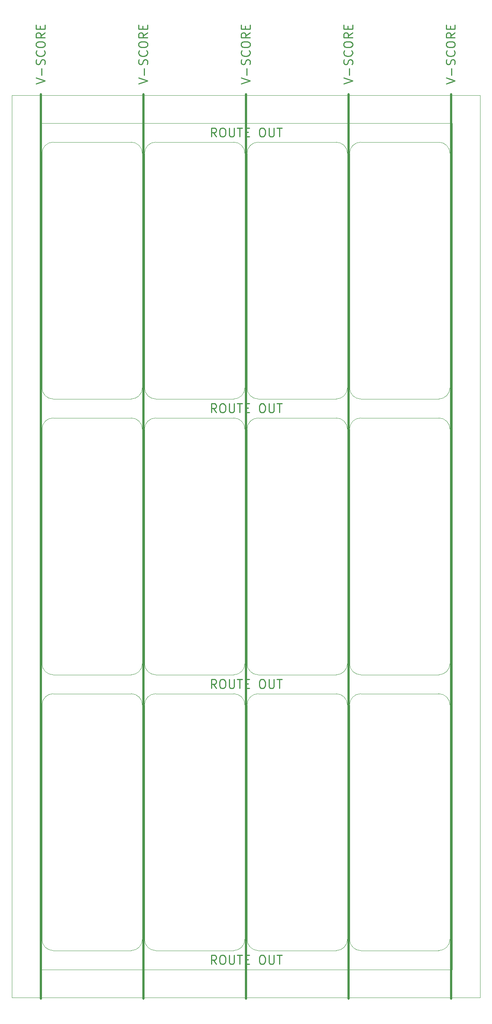
<source format=gko>
%TF.GenerationSoftware,KiCad,Pcbnew,7.0.10*%
%TF.CreationDate,2024-01-23T14:15:22-07:00*%
%TF.ProjectId,SparkFun_Thing_Plus_ESP32-S3_panelized,53706172-6b46-4756-9e5f-5468696e675f,rev?*%
%TF.SameCoordinates,Original*%
%TF.FileFunction,Soldermask,Bot*%
%TF.FilePolarity,Negative*%
%FSLAX46Y46*%
G04 Gerber Fmt 4.6, Leading zero omitted, Abs format (unit mm)*
G04 Created by KiCad (PCBNEW 7.0.10) date 2024-01-23 14:15:22*
%MOMM*%
%LPD*%
G01*
G04 APERTURE LIST*
%TA.AperFunction,Profile*%
%ADD10C,0.100000*%
%TD*%
%ADD11C,0.250000*%
%ADD12C,0.500000*%
G04 APERTURE END LIST*
D10*
X-500000Y-4310000D02*
X-500000Y188190000D01*
X93440000Y-4310000D02*
X-500000Y-4310000D01*
X93440000Y188190000D02*
X93440000Y-4310000D01*
X-500000Y188190000D02*
X93440000Y188190000D01*
X-6850000Y-10660000D02*
X-6850000Y194540000D01*
X99790000Y-10660000D02*
X-6850000Y-10660000D01*
X99790000Y194540000D02*
X99790000Y-10660000D01*
X-6850000Y194540000D02*
X99790000Y194540000D01*
X72620000Y183880000D02*
G75*
G03*
X70080000Y181340000I0J-2540000D01*
G01*
X72620000Y121150000D02*
G75*
G03*
X70080000Y118610000I0J-2540000D01*
G01*
X72620000Y58420000D02*
G75*
G03*
X70080000Y55880000I0J-2540000D01*
G01*
X49260000Y183880000D02*
G75*
G03*
X46720000Y181340000I0J-2540000D01*
G01*
X49260000Y121150000D02*
G75*
G03*
X46720000Y118610000I0J-2540000D01*
G01*
X49260000Y58420000D02*
G75*
G03*
X46720000Y55880000I0J-2540000D01*
G01*
X25900000Y183880000D02*
G75*
G03*
X23360000Y181340000I0J-2540000D01*
G01*
X25900000Y121150000D02*
G75*
G03*
X23360000Y118610000I0J-2540000D01*
G01*
X25900000Y58420000D02*
G75*
G03*
X23360000Y55880000I0J-2540000D01*
G01*
X2540000Y183880000D02*
G75*
G03*
X0Y181340000I0J-2540000D01*
G01*
X2540000Y121150000D02*
G75*
G03*
X0Y118610000I0J-2540000D01*
G01*
X70080000Y128000000D02*
G75*
G03*
X72620000Y125460000I2540000J0D01*
G01*
X70080000Y65270000D02*
G75*
G03*
X72620000Y62730000I2540000J0D01*
G01*
X70080000Y2540000D02*
G75*
G03*
X72620000Y0I2540000J0D01*
G01*
X46720000Y128000000D02*
G75*
G03*
X49260000Y125460000I2540000J0D01*
G01*
X46720000Y65270000D02*
G75*
G03*
X49260000Y62730000I2540000J0D01*
G01*
X46720000Y2540000D02*
G75*
G03*
X49260000Y0I2540000J0D01*
G01*
X23360000Y128000000D02*
G75*
G03*
X25900000Y125460000I2540000J0D01*
G01*
X23360000Y65270000D02*
G75*
G03*
X25900000Y62730000I2540000J0D01*
G01*
X23360000Y2540000D02*
G75*
G03*
X25900000Y0I2540000J0D01*
G01*
X0Y128000000D02*
G75*
G03*
X2540000Y125460000I2540000J0D01*
G01*
X0Y65270000D02*
G75*
G03*
X2540000Y62730000I2540000J0D01*
G01*
X92940000Y181340000D02*
G75*
G03*
X90400000Y183880000I-2540000J0D01*
G01*
X92940000Y118610000D02*
G75*
G03*
X90400000Y121150000I-2540000J0D01*
G01*
X92940000Y55880000D02*
G75*
G03*
X90400000Y58420000I-2540000J0D01*
G01*
X69580000Y181340000D02*
G75*
G03*
X67040000Y183880000I-2540000J0D01*
G01*
X69580000Y118610000D02*
G75*
G03*
X67040000Y121150000I-2540000J0D01*
G01*
X69580000Y55880000D02*
G75*
G03*
X67040000Y58420000I-2540000J0D01*
G01*
X46220000Y181340000D02*
G75*
G03*
X43680000Y183880000I-2540000J0D01*
G01*
X46220000Y118610000D02*
G75*
G03*
X43680000Y121150000I-2540000J0D01*
G01*
X46220000Y55880000D02*
G75*
G03*
X43680000Y58420000I-2540000J0D01*
G01*
X22860000Y181340000D02*
G75*
G03*
X20320000Y183880000I-2540000J0D01*
G01*
X22860000Y118610000D02*
G75*
G03*
X20320000Y121150000I-2540000J0D01*
G01*
X90400000Y125460000D02*
X72620000Y125460000D01*
X90400000Y62730000D02*
X72620000Y62730000D01*
X90400000Y0D02*
X72620000Y0D01*
X67040000Y125460000D02*
X49260000Y125460000D01*
X67040000Y62730000D02*
X49260000Y62730000D01*
X67040000Y0D02*
X49260000Y0D01*
X43680000Y125460000D02*
X25900000Y125460000D01*
X43680000Y62730000D02*
X25900000Y62730000D01*
X43680000Y0D02*
X25900000Y0D01*
X20320000Y125460000D02*
X2540000Y125460000D01*
X20320000Y62730000D02*
X2540000Y62730000D01*
X72620000Y183880000D02*
X90400000Y183880000D01*
X72620000Y121150000D02*
X90400000Y121150000D01*
X72620000Y58420000D02*
X90400000Y58420000D01*
X49260000Y183880000D02*
X67040000Y183880000D01*
X49260000Y121150000D02*
X67040000Y121150000D01*
X49260000Y58420000D02*
X67040000Y58420000D01*
X25900000Y183880000D02*
X43680000Y183880000D01*
X25900000Y121150000D02*
X43680000Y121150000D01*
X25900000Y58420000D02*
X43680000Y58420000D01*
X2540000Y183880000D02*
X20320000Y183880000D01*
X2540000Y121150000D02*
X20320000Y121150000D01*
X92940000Y181340000D02*
X92940000Y128000000D01*
X92940000Y118610000D02*
X92940000Y65270000D01*
X92940000Y55880000D02*
X92940000Y2540000D01*
X69580000Y181340000D02*
X69580000Y128000000D01*
X69580000Y118610000D02*
X69580000Y65270000D01*
X69580000Y55880000D02*
X69580000Y2540000D01*
X46220000Y181340000D02*
X46220000Y128000000D01*
X46220000Y118610000D02*
X46220000Y65270000D01*
X46220000Y55880000D02*
X46220000Y2540000D01*
X22860000Y181340000D02*
X22860000Y128000000D01*
X22860000Y118610000D02*
X22860000Y65270000D01*
X70080000Y128000000D02*
X70080000Y181340000D01*
X70080000Y65270000D02*
X70080000Y118610000D01*
X70080000Y2540000D02*
X70080000Y55880000D01*
X46720000Y128000000D02*
X46720000Y181340000D01*
X46720000Y65270000D02*
X46720000Y118610000D01*
X46720000Y2540000D02*
X46720000Y55880000D01*
X23360000Y128000000D02*
X23360000Y181340000D01*
X23360000Y65270000D02*
X23360000Y118610000D01*
X23360000Y2540000D02*
X23360000Y55880000D01*
X0Y128000000D02*
X0Y181340000D01*
X0Y65270000D02*
X0Y118610000D01*
X90400000Y125460000D02*
G75*
G03*
X92940000Y128000000I0J2540000D01*
G01*
X90400000Y62730000D02*
G75*
G03*
X92940000Y65270000I0J2540000D01*
G01*
X90400000Y0D02*
G75*
G03*
X92940000Y2540000I0J2540000D01*
G01*
X67040000Y125460000D02*
G75*
G03*
X69580000Y128000000I0J2540000D01*
G01*
X67040000Y62730000D02*
G75*
G03*
X69580000Y65270000I0J2540000D01*
G01*
X67040000Y0D02*
G75*
G03*
X69580000Y2540000I0J2540000D01*
G01*
X43680000Y125460000D02*
G75*
G03*
X46220000Y128000000I0J2540000D01*
G01*
X43680000Y62730000D02*
G75*
G03*
X46220000Y65270000I0J2540000D01*
G01*
X43680000Y0D02*
G75*
G03*
X46220000Y2540000I0J2540000D01*
G01*
X20320000Y125460000D02*
G75*
G03*
X22860000Y128000000I0J2540000D01*
G01*
X20320000Y62730000D02*
G75*
G03*
X22860000Y65270000I0J2540000D01*
G01*
X20320000Y0D02*
G75*
G03*
X22860000Y2540000I0J2540000D01*
G01*
X0Y2540000D02*
X0Y55880000D01*
X22860000Y55880000D02*
X22860000Y2540000D01*
X2540000Y58420000D02*
X20320000Y58420000D01*
X20320000Y0D02*
X2540000Y0D01*
X22860000Y55880000D02*
G75*
G03*
X20320000Y58420000I-2540000J0D01*
G01*
X0Y2540000D02*
G75*
G03*
X2540000Y0I2540000J0D01*
G01*
X2540000Y58420000D02*
G75*
G03*
X0Y55880000I0J-2540000D01*
G01*
D11*
X39708094Y-3067238D02*
X39041427Y-2114857D01*
X38565237Y-3067238D02*
X38565237Y-1067238D01*
X38565237Y-1067238D02*
X39327142Y-1067238D01*
X39327142Y-1067238D02*
X39517618Y-1162476D01*
X39517618Y-1162476D02*
X39612856Y-1257714D01*
X39612856Y-1257714D02*
X39708094Y-1448190D01*
X39708094Y-1448190D02*
X39708094Y-1733904D01*
X39708094Y-1733904D02*
X39612856Y-1924380D01*
X39612856Y-1924380D02*
X39517618Y-2019619D01*
X39517618Y-2019619D02*
X39327142Y-2114857D01*
X39327142Y-2114857D02*
X38565237Y-2114857D01*
X40946189Y-1067238D02*
X41327142Y-1067238D01*
X41327142Y-1067238D02*
X41517618Y-1162476D01*
X41517618Y-1162476D02*
X41708094Y-1352952D01*
X41708094Y-1352952D02*
X41803332Y-1733904D01*
X41803332Y-1733904D02*
X41803332Y-2400571D01*
X41803332Y-2400571D02*
X41708094Y-2781523D01*
X41708094Y-2781523D02*
X41517618Y-2972000D01*
X41517618Y-2972000D02*
X41327142Y-3067238D01*
X41327142Y-3067238D02*
X40946189Y-3067238D01*
X40946189Y-3067238D02*
X40755713Y-2972000D01*
X40755713Y-2972000D02*
X40565237Y-2781523D01*
X40565237Y-2781523D02*
X40469999Y-2400571D01*
X40469999Y-2400571D02*
X40469999Y-1733904D01*
X40469999Y-1733904D02*
X40565237Y-1352952D01*
X40565237Y-1352952D02*
X40755713Y-1162476D01*
X40755713Y-1162476D02*
X40946189Y-1067238D01*
X42660475Y-1067238D02*
X42660475Y-2686285D01*
X42660475Y-2686285D02*
X42755713Y-2876761D01*
X42755713Y-2876761D02*
X42850951Y-2972000D01*
X42850951Y-2972000D02*
X43041427Y-3067238D01*
X43041427Y-3067238D02*
X43422380Y-3067238D01*
X43422380Y-3067238D02*
X43612856Y-2972000D01*
X43612856Y-2972000D02*
X43708094Y-2876761D01*
X43708094Y-2876761D02*
X43803332Y-2686285D01*
X43803332Y-2686285D02*
X43803332Y-1067238D01*
X44469999Y-1067238D02*
X45612856Y-1067238D01*
X45041427Y-3067238D02*
X45041427Y-1067238D01*
X46279523Y-2019619D02*
X46946190Y-2019619D01*
X47231904Y-3067238D02*
X46279523Y-3067238D01*
X46279523Y-3067238D02*
X46279523Y-1067238D01*
X46279523Y-1067238D02*
X47231904Y-1067238D01*
X49993809Y-1067238D02*
X50374762Y-1067238D01*
X50374762Y-1067238D02*
X50565238Y-1162476D01*
X50565238Y-1162476D02*
X50755714Y-1352952D01*
X50755714Y-1352952D02*
X50850952Y-1733904D01*
X50850952Y-1733904D02*
X50850952Y-2400571D01*
X50850952Y-2400571D02*
X50755714Y-2781523D01*
X50755714Y-2781523D02*
X50565238Y-2972000D01*
X50565238Y-2972000D02*
X50374762Y-3067238D01*
X50374762Y-3067238D02*
X49993809Y-3067238D01*
X49993809Y-3067238D02*
X49803333Y-2972000D01*
X49803333Y-2972000D02*
X49612857Y-2781523D01*
X49612857Y-2781523D02*
X49517619Y-2400571D01*
X49517619Y-2400571D02*
X49517619Y-1733904D01*
X49517619Y-1733904D02*
X49612857Y-1352952D01*
X49612857Y-1352952D02*
X49803333Y-1162476D01*
X49803333Y-1162476D02*
X49993809Y-1067238D01*
X51708095Y-1067238D02*
X51708095Y-2686285D01*
X51708095Y-2686285D02*
X51803333Y-2876761D01*
X51803333Y-2876761D02*
X51898571Y-2972000D01*
X51898571Y-2972000D02*
X52089047Y-3067238D01*
X52089047Y-3067238D02*
X52470000Y-3067238D01*
X52470000Y-3067238D02*
X52660476Y-2972000D01*
X52660476Y-2972000D02*
X52755714Y-2876761D01*
X52755714Y-2876761D02*
X52850952Y-2686285D01*
X52850952Y-2686285D02*
X52850952Y-1067238D01*
X53517619Y-1067238D02*
X54660476Y-1067238D01*
X54089047Y-3067238D02*
X54089047Y-1067238D01*
X39708094Y59662762D02*
X39041427Y60615143D01*
X38565237Y59662762D02*
X38565237Y61662762D01*
X38565237Y61662762D02*
X39327142Y61662762D01*
X39327142Y61662762D02*
X39517618Y61567524D01*
X39517618Y61567524D02*
X39612856Y61472286D01*
X39612856Y61472286D02*
X39708094Y61281810D01*
X39708094Y61281810D02*
X39708094Y60996096D01*
X39708094Y60996096D02*
X39612856Y60805620D01*
X39612856Y60805620D02*
X39517618Y60710381D01*
X39517618Y60710381D02*
X39327142Y60615143D01*
X39327142Y60615143D02*
X38565237Y60615143D01*
X40946189Y61662762D02*
X41327142Y61662762D01*
X41327142Y61662762D02*
X41517618Y61567524D01*
X41517618Y61567524D02*
X41708094Y61377048D01*
X41708094Y61377048D02*
X41803332Y60996096D01*
X41803332Y60996096D02*
X41803332Y60329429D01*
X41803332Y60329429D02*
X41708094Y59948477D01*
X41708094Y59948477D02*
X41517618Y59758000D01*
X41517618Y59758000D02*
X41327142Y59662762D01*
X41327142Y59662762D02*
X40946189Y59662762D01*
X40946189Y59662762D02*
X40755713Y59758000D01*
X40755713Y59758000D02*
X40565237Y59948477D01*
X40565237Y59948477D02*
X40469999Y60329429D01*
X40469999Y60329429D02*
X40469999Y60996096D01*
X40469999Y60996096D02*
X40565237Y61377048D01*
X40565237Y61377048D02*
X40755713Y61567524D01*
X40755713Y61567524D02*
X40946189Y61662762D01*
X42660475Y61662762D02*
X42660475Y60043715D01*
X42660475Y60043715D02*
X42755713Y59853239D01*
X42755713Y59853239D02*
X42850951Y59758000D01*
X42850951Y59758000D02*
X43041427Y59662762D01*
X43041427Y59662762D02*
X43422380Y59662762D01*
X43422380Y59662762D02*
X43612856Y59758000D01*
X43612856Y59758000D02*
X43708094Y59853239D01*
X43708094Y59853239D02*
X43803332Y60043715D01*
X43803332Y60043715D02*
X43803332Y61662762D01*
X44469999Y61662762D02*
X45612856Y61662762D01*
X45041427Y59662762D02*
X45041427Y61662762D01*
X46279523Y60710381D02*
X46946190Y60710381D01*
X47231904Y59662762D02*
X46279523Y59662762D01*
X46279523Y59662762D02*
X46279523Y61662762D01*
X46279523Y61662762D02*
X47231904Y61662762D01*
X49993809Y61662762D02*
X50374762Y61662762D01*
X50374762Y61662762D02*
X50565238Y61567524D01*
X50565238Y61567524D02*
X50755714Y61377048D01*
X50755714Y61377048D02*
X50850952Y60996096D01*
X50850952Y60996096D02*
X50850952Y60329429D01*
X50850952Y60329429D02*
X50755714Y59948477D01*
X50755714Y59948477D02*
X50565238Y59758000D01*
X50565238Y59758000D02*
X50374762Y59662762D01*
X50374762Y59662762D02*
X49993809Y59662762D01*
X49993809Y59662762D02*
X49803333Y59758000D01*
X49803333Y59758000D02*
X49612857Y59948477D01*
X49612857Y59948477D02*
X49517619Y60329429D01*
X49517619Y60329429D02*
X49517619Y60996096D01*
X49517619Y60996096D02*
X49612857Y61377048D01*
X49612857Y61377048D02*
X49803333Y61567524D01*
X49803333Y61567524D02*
X49993809Y61662762D01*
X51708095Y61662762D02*
X51708095Y60043715D01*
X51708095Y60043715D02*
X51803333Y59853239D01*
X51803333Y59853239D02*
X51898571Y59758000D01*
X51898571Y59758000D02*
X52089047Y59662762D01*
X52089047Y59662762D02*
X52470000Y59662762D01*
X52470000Y59662762D02*
X52660476Y59758000D01*
X52660476Y59758000D02*
X52755714Y59853239D01*
X52755714Y59853239D02*
X52850952Y60043715D01*
X52850952Y60043715D02*
X52850952Y61662762D01*
X53517619Y61662762D02*
X54660476Y61662762D01*
X54089047Y59662762D02*
X54089047Y61662762D01*
X39708094Y122392762D02*
X39041427Y123345143D01*
X38565237Y122392762D02*
X38565237Y124392762D01*
X38565237Y124392762D02*
X39327142Y124392762D01*
X39327142Y124392762D02*
X39517618Y124297524D01*
X39517618Y124297524D02*
X39612856Y124202286D01*
X39612856Y124202286D02*
X39708094Y124011810D01*
X39708094Y124011810D02*
X39708094Y123726096D01*
X39708094Y123726096D02*
X39612856Y123535620D01*
X39612856Y123535620D02*
X39517618Y123440381D01*
X39517618Y123440381D02*
X39327142Y123345143D01*
X39327142Y123345143D02*
X38565237Y123345143D01*
X40946189Y124392762D02*
X41327142Y124392762D01*
X41327142Y124392762D02*
X41517618Y124297524D01*
X41517618Y124297524D02*
X41708094Y124107048D01*
X41708094Y124107048D02*
X41803332Y123726096D01*
X41803332Y123726096D02*
X41803332Y123059429D01*
X41803332Y123059429D02*
X41708094Y122678477D01*
X41708094Y122678477D02*
X41517618Y122488000D01*
X41517618Y122488000D02*
X41327142Y122392762D01*
X41327142Y122392762D02*
X40946189Y122392762D01*
X40946189Y122392762D02*
X40755713Y122488000D01*
X40755713Y122488000D02*
X40565237Y122678477D01*
X40565237Y122678477D02*
X40469999Y123059429D01*
X40469999Y123059429D02*
X40469999Y123726096D01*
X40469999Y123726096D02*
X40565237Y124107048D01*
X40565237Y124107048D02*
X40755713Y124297524D01*
X40755713Y124297524D02*
X40946189Y124392762D01*
X42660475Y124392762D02*
X42660475Y122773715D01*
X42660475Y122773715D02*
X42755713Y122583239D01*
X42755713Y122583239D02*
X42850951Y122488000D01*
X42850951Y122488000D02*
X43041427Y122392762D01*
X43041427Y122392762D02*
X43422380Y122392762D01*
X43422380Y122392762D02*
X43612856Y122488000D01*
X43612856Y122488000D02*
X43708094Y122583239D01*
X43708094Y122583239D02*
X43803332Y122773715D01*
X43803332Y122773715D02*
X43803332Y124392762D01*
X44469999Y124392762D02*
X45612856Y124392762D01*
X45041427Y122392762D02*
X45041427Y124392762D01*
X46279523Y123440381D02*
X46946190Y123440381D01*
X47231904Y122392762D02*
X46279523Y122392762D01*
X46279523Y122392762D02*
X46279523Y124392762D01*
X46279523Y124392762D02*
X47231904Y124392762D01*
X49993809Y124392762D02*
X50374762Y124392762D01*
X50374762Y124392762D02*
X50565238Y124297524D01*
X50565238Y124297524D02*
X50755714Y124107048D01*
X50755714Y124107048D02*
X50850952Y123726096D01*
X50850952Y123726096D02*
X50850952Y123059429D01*
X50850952Y123059429D02*
X50755714Y122678477D01*
X50755714Y122678477D02*
X50565238Y122488000D01*
X50565238Y122488000D02*
X50374762Y122392762D01*
X50374762Y122392762D02*
X49993809Y122392762D01*
X49993809Y122392762D02*
X49803333Y122488000D01*
X49803333Y122488000D02*
X49612857Y122678477D01*
X49612857Y122678477D02*
X49517619Y123059429D01*
X49517619Y123059429D02*
X49517619Y123726096D01*
X49517619Y123726096D02*
X49612857Y124107048D01*
X49612857Y124107048D02*
X49803333Y124297524D01*
X49803333Y124297524D02*
X49993809Y124392762D01*
X51708095Y124392762D02*
X51708095Y122773715D01*
X51708095Y122773715D02*
X51803333Y122583239D01*
X51803333Y122583239D02*
X51898571Y122488000D01*
X51898571Y122488000D02*
X52089047Y122392762D01*
X52089047Y122392762D02*
X52470000Y122392762D01*
X52470000Y122392762D02*
X52660476Y122488000D01*
X52660476Y122488000D02*
X52755714Y122583239D01*
X52755714Y122583239D02*
X52850952Y122773715D01*
X52850952Y122773715D02*
X52850952Y124392762D01*
X53517619Y124392762D02*
X54660476Y124392762D01*
X54089047Y122392762D02*
X54089047Y124392762D01*
X39708094Y185122761D02*
X39041427Y186075142D01*
X38565237Y185122761D02*
X38565237Y187122761D01*
X38565237Y187122761D02*
X39327142Y187122761D01*
X39327142Y187122761D02*
X39517618Y187027523D01*
X39517618Y187027523D02*
X39612856Y186932285D01*
X39612856Y186932285D02*
X39708094Y186741809D01*
X39708094Y186741809D02*
X39708094Y186456095D01*
X39708094Y186456095D02*
X39612856Y186265619D01*
X39612856Y186265619D02*
X39517618Y186170380D01*
X39517618Y186170380D02*
X39327142Y186075142D01*
X39327142Y186075142D02*
X38565237Y186075142D01*
X40946189Y187122761D02*
X41327142Y187122761D01*
X41327142Y187122761D02*
X41517618Y187027523D01*
X41517618Y187027523D02*
X41708094Y186837047D01*
X41708094Y186837047D02*
X41803332Y186456095D01*
X41803332Y186456095D02*
X41803332Y185789428D01*
X41803332Y185789428D02*
X41708094Y185408476D01*
X41708094Y185408476D02*
X41517618Y185218000D01*
X41517618Y185218000D02*
X41327142Y185122761D01*
X41327142Y185122761D02*
X40946189Y185122761D01*
X40946189Y185122761D02*
X40755713Y185218000D01*
X40755713Y185218000D02*
X40565237Y185408476D01*
X40565237Y185408476D02*
X40469999Y185789428D01*
X40469999Y185789428D02*
X40469999Y186456095D01*
X40469999Y186456095D02*
X40565237Y186837047D01*
X40565237Y186837047D02*
X40755713Y187027523D01*
X40755713Y187027523D02*
X40946189Y187122761D01*
X42660475Y187122761D02*
X42660475Y185503714D01*
X42660475Y185503714D02*
X42755713Y185313238D01*
X42755713Y185313238D02*
X42850951Y185218000D01*
X42850951Y185218000D02*
X43041427Y185122761D01*
X43041427Y185122761D02*
X43422380Y185122761D01*
X43422380Y185122761D02*
X43612856Y185218000D01*
X43612856Y185218000D02*
X43708094Y185313238D01*
X43708094Y185313238D02*
X43803332Y185503714D01*
X43803332Y185503714D02*
X43803332Y187122761D01*
X44469999Y187122761D02*
X45612856Y187122761D01*
X45041427Y185122761D02*
X45041427Y187122761D01*
X46279523Y186170380D02*
X46946190Y186170380D01*
X47231904Y185122761D02*
X46279523Y185122761D01*
X46279523Y185122761D02*
X46279523Y187122761D01*
X46279523Y187122761D02*
X47231904Y187122761D01*
X49993809Y187122761D02*
X50374762Y187122761D01*
X50374762Y187122761D02*
X50565238Y187027523D01*
X50565238Y187027523D02*
X50755714Y186837047D01*
X50755714Y186837047D02*
X50850952Y186456095D01*
X50850952Y186456095D02*
X50850952Y185789428D01*
X50850952Y185789428D02*
X50755714Y185408476D01*
X50755714Y185408476D02*
X50565238Y185218000D01*
X50565238Y185218000D02*
X50374762Y185122761D01*
X50374762Y185122761D02*
X49993809Y185122761D01*
X49993809Y185122761D02*
X49803333Y185218000D01*
X49803333Y185218000D02*
X49612857Y185408476D01*
X49612857Y185408476D02*
X49517619Y185789428D01*
X49517619Y185789428D02*
X49517619Y186456095D01*
X49517619Y186456095D02*
X49612857Y186837047D01*
X49612857Y186837047D02*
X49803333Y187027523D01*
X49803333Y187027523D02*
X49993809Y187122761D01*
X51708095Y187122761D02*
X51708095Y185503714D01*
X51708095Y185503714D02*
X51803333Y185313238D01*
X51803333Y185313238D02*
X51898571Y185218000D01*
X51898571Y185218000D02*
X52089047Y185122761D01*
X52089047Y185122761D02*
X52470000Y185122761D01*
X52470000Y185122761D02*
X52660476Y185218000D01*
X52660476Y185218000D02*
X52755714Y185313238D01*
X52755714Y185313238D02*
X52850952Y185503714D01*
X52850952Y185503714D02*
X52850952Y187122761D01*
X53517619Y187122761D02*
X54660476Y187122761D01*
X54089047Y185122761D02*
X54089047Y187122761D01*
X92102238Y197144949D02*
X94102238Y197811615D01*
X94102238Y197811615D02*
X92102238Y198478282D01*
X93340333Y199144949D02*
X93340333Y200668759D01*
X94007000Y201525901D02*
X94102238Y201811615D01*
X94102238Y201811615D02*
X94102238Y202287806D01*
X94102238Y202287806D02*
X94007000Y202478282D01*
X94007000Y202478282D02*
X93911761Y202573520D01*
X93911761Y202573520D02*
X93721285Y202668758D01*
X93721285Y202668758D02*
X93530809Y202668758D01*
X93530809Y202668758D02*
X93340333Y202573520D01*
X93340333Y202573520D02*
X93245095Y202478282D01*
X93245095Y202478282D02*
X93149857Y202287806D01*
X93149857Y202287806D02*
X93054619Y201906853D01*
X93054619Y201906853D02*
X92959380Y201716377D01*
X92959380Y201716377D02*
X92864142Y201621139D01*
X92864142Y201621139D02*
X92673666Y201525901D01*
X92673666Y201525901D02*
X92483190Y201525901D01*
X92483190Y201525901D02*
X92292714Y201621139D01*
X92292714Y201621139D02*
X92197476Y201716377D01*
X92197476Y201716377D02*
X92102238Y201906853D01*
X92102238Y201906853D02*
X92102238Y202383044D01*
X92102238Y202383044D02*
X92197476Y202668758D01*
X93911761Y204668758D02*
X94007000Y204573520D01*
X94007000Y204573520D02*
X94102238Y204287806D01*
X94102238Y204287806D02*
X94102238Y204097330D01*
X94102238Y204097330D02*
X94007000Y203811615D01*
X94007000Y203811615D02*
X93816523Y203621139D01*
X93816523Y203621139D02*
X93626047Y203525901D01*
X93626047Y203525901D02*
X93245095Y203430663D01*
X93245095Y203430663D02*
X92959380Y203430663D01*
X92959380Y203430663D02*
X92578428Y203525901D01*
X92578428Y203525901D02*
X92387952Y203621139D01*
X92387952Y203621139D02*
X92197476Y203811615D01*
X92197476Y203811615D02*
X92102238Y204097330D01*
X92102238Y204097330D02*
X92102238Y204287806D01*
X92102238Y204287806D02*
X92197476Y204573520D01*
X92197476Y204573520D02*
X92292714Y204668758D01*
X92102238Y205906853D02*
X92102238Y206287806D01*
X92102238Y206287806D02*
X92197476Y206478282D01*
X92197476Y206478282D02*
X92387952Y206668758D01*
X92387952Y206668758D02*
X92768904Y206763996D01*
X92768904Y206763996D02*
X93435571Y206763996D01*
X93435571Y206763996D02*
X93816523Y206668758D01*
X93816523Y206668758D02*
X94007000Y206478282D01*
X94007000Y206478282D02*
X94102238Y206287806D01*
X94102238Y206287806D02*
X94102238Y205906853D01*
X94102238Y205906853D02*
X94007000Y205716377D01*
X94007000Y205716377D02*
X93816523Y205525901D01*
X93816523Y205525901D02*
X93435571Y205430663D01*
X93435571Y205430663D02*
X92768904Y205430663D01*
X92768904Y205430663D02*
X92387952Y205525901D01*
X92387952Y205525901D02*
X92197476Y205716377D01*
X92197476Y205716377D02*
X92102238Y205906853D01*
X94102238Y208763996D02*
X93149857Y208097329D01*
X94102238Y207621139D02*
X92102238Y207621139D01*
X92102238Y207621139D02*
X92102238Y208383044D01*
X92102238Y208383044D02*
X92197476Y208573520D01*
X92197476Y208573520D02*
X92292714Y208668758D01*
X92292714Y208668758D02*
X92483190Y208763996D01*
X92483190Y208763996D02*
X92768904Y208763996D01*
X92768904Y208763996D02*
X92959380Y208668758D01*
X92959380Y208668758D02*
X93054619Y208573520D01*
X93054619Y208573520D02*
X93149857Y208383044D01*
X93149857Y208383044D02*
X93149857Y207621139D01*
X93054619Y209621139D02*
X93054619Y210287806D01*
X94102238Y210573520D02*
X94102238Y209621139D01*
X94102238Y209621139D02*
X92102238Y209621139D01*
X92102238Y209621139D02*
X92102238Y210573520D01*
D12*
X93190000Y194790000D02*
X93190000Y-10910000D01*
D11*
X68742238Y197144949D02*
X70742238Y197811615D01*
X70742238Y197811615D02*
X68742238Y198478282D01*
X69980333Y199144949D02*
X69980333Y200668759D01*
X70647000Y201525901D02*
X70742238Y201811615D01*
X70742238Y201811615D02*
X70742238Y202287806D01*
X70742238Y202287806D02*
X70647000Y202478282D01*
X70647000Y202478282D02*
X70551761Y202573520D01*
X70551761Y202573520D02*
X70361285Y202668758D01*
X70361285Y202668758D02*
X70170809Y202668758D01*
X70170809Y202668758D02*
X69980333Y202573520D01*
X69980333Y202573520D02*
X69885095Y202478282D01*
X69885095Y202478282D02*
X69789857Y202287806D01*
X69789857Y202287806D02*
X69694619Y201906853D01*
X69694619Y201906853D02*
X69599380Y201716377D01*
X69599380Y201716377D02*
X69504142Y201621139D01*
X69504142Y201621139D02*
X69313666Y201525901D01*
X69313666Y201525901D02*
X69123190Y201525901D01*
X69123190Y201525901D02*
X68932714Y201621139D01*
X68932714Y201621139D02*
X68837476Y201716377D01*
X68837476Y201716377D02*
X68742238Y201906853D01*
X68742238Y201906853D02*
X68742238Y202383044D01*
X68742238Y202383044D02*
X68837476Y202668758D01*
X70551761Y204668758D02*
X70647000Y204573520D01*
X70647000Y204573520D02*
X70742238Y204287806D01*
X70742238Y204287806D02*
X70742238Y204097330D01*
X70742238Y204097330D02*
X70647000Y203811615D01*
X70647000Y203811615D02*
X70456523Y203621139D01*
X70456523Y203621139D02*
X70266047Y203525901D01*
X70266047Y203525901D02*
X69885095Y203430663D01*
X69885095Y203430663D02*
X69599380Y203430663D01*
X69599380Y203430663D02*
X69218428Y203525901D01*
X69218428Y203525901D02*
X69027952Y203621139D01*
X69027952Y203621139D02*
X68837476Y203811615D01*
X68837476Y203811615D02*
X68742238Y204097330D01*
X68742238Y204097330D02*
X68742238Y204287806D01*
X68742238Y204287806D02*
X68837476Y204573520D01*
X68837476Y204573520D02*
X68932714Y204668758D01*
X68742238Y205906853D02*
X68742238Y206287806D01*
X68742238Y206287806D02*
X68837476Y206478282D01*
X68837476Y206478282D02*
X69027952Y206668758D01*
X69027952Y206668758D02*
X69408904Y206763996D01*
X69408904Y206763996D02*
X70075571Y206763996D01*
X70075571Y206763996D02*
X70456523Y206668758D01*
X70456523Y206668758D02*
X70647000Y206478282D01*
X70647000Y206478282D02*
X70742238Y206287806D01*
X70742238Y206287806D02*
X70742238Y205906853D01*
X70742238Y205906853D02*
X70647000Y205716377D01*
X70647000Y205716377D02*
X70456523Y205525901D01*
X70456523Y205525901D02*
X70075571Y205430663D01*
X70075571Y205430663D02*
X69408904Y205430663D01*
X69408904Y205430663D02*
X69027952Y205525901D01*
X69027952Y205525901D02*
X68837476Y205716377D01*
X68837476Y205716377D02*
X68742238Y205906853D01*
X70742238Y208763996D02*
X69789857Y208097329D01*
X70742238Y207621139D02*
X68742238Y207621139D01*
X68742238Y207621139D02*
X68742238Y208383044D01*
X68742238Y208383044D02*
X68837476Y208573520D01*
X68837476Y208573520D02*
X68932714Y208668758D01*
X68932714Y208668758D02*
X69123190Y208763996D01*
X69123190Y208763996D02*
X69408904Y208763996D01*
X69408904Y208763996D02*
X69599380Y208668758D01*
X69599380Y208668758D02*
X69694619Y208573520D01*
X69694619Y208573520D02*
X69789857Y208383044D01*
X69789857Y208383044D02*
X69789857Y207621139D01*
X69694619Y209621139D02*
X69694619Y210287806D01*
X70742238Y210573520D02*
X70742238Y209621139D01*
X70742238Y209621139D02*
X68742238Y209621139D01*
X68742238Y209621139D02*
X68742238Y210573520D01*
D12*
X69830000Y194790000D02*
X69830000Y-10910000D01*
D11*
X45382238Y197144949D02*
X47382238Y197811615D01*
X47382238Y197811615D02*
X45382238Y198478282D01*
X46620333Y199144949D02*
X46620333Y200668759D01*
X47287000Y201525901D02*
X47382238Y201811615D01*
X47382238Y201811615D02*
X47382238Y202287806D01*
X47382238Y202287806D02*
X47287000Y202478282D01*
X47287000Y202478282D02*
X47191761Y202573520D01*
X47191761Y202573520D02*
X47001285Y202668758D01*
X47001285Y202668758D02*
X46810809Y202668758D01*
X46810809Y202668758D02*
X46620333Y202573520D01*
X46620333Y202573520D02*
X46525095Y202478282D01*
X46525095Y202478282D02*
X46429857Y202287806D01*
X46429857Y202287806D02*
X46334619Y201906853D01*
X46334619Y201906853D02*
X46239380Y201716377D01*
X46239380Y201716377D02*
X46144142Y201621139D01*
X46144142Y201621139D02*
X45953666Y201525901D01*
X45953666Y201525901D02*
X45763190Y201525901D01*
X45763190Y201525901D02*
X45572714Y201621139D01*
X45572714Y201621139D02*
X45477476Y201716377D01*
X45477476Y201716377D02*
X45382238Y201906853D01*
X45382238Y201906853D02*
X45382238Y202383044D01*
X45382238Y202383044D02*
X45477476Y202668758D01*
X47191761Y204668758D02*
X47287000Y204573520D01*
X47287000Y204573520D02*
X47382238Y204287806D01*
X47382238Y204287806D02*
X47382238Y204097330D01*
X47382238Y204097330D02*
X47287000Y203811615D01*
X47287000Y203811615D02*
X47096523Y203621139D01*
X47096523Y203621139D02*
X46906047Y203525901D01*
X46906047Y203525901D02*
X46525095Y203430663D01*
X46525095Y203430663D02*
X46239380Y203430663D01*
X46239380Y203430663D02*
X45858428Y203525901D01*
X45858428Y203525901D02*
X45667952Y203621139D01*
X45667952Y203621139D02*
X45477476Y203811615D01*
X45477476Y203811615D02*
X45382238Y204097330D01*
X45382238Y204097330D02*
X45382238Y204287806D01*
X45382238Y204287806D02*
X45477476Y204573520D01*
X45477476Y204573520D02*
X45572714Y204668758D01*
X45382238Y205906853D02*
X45382238Y206287806D01*
X45382238Y206287806D02*
X45477476Y206478282D01*
X45477476Y206478282D02*
X45667952Y206668758D01*
X45667952Y206668758D02*
X46048904Y206763996D01*
X46048904Y206763996D02*
X46715571Y206763996D01*
X46715571Y206763996D02*
X47096523Y206668758D01*
X47096523Y206668758D02*
X47287000Y206478282D01*
X47287000Y206478282D02*
X47382238Y206287806D01*
X47382238Y206287806D02*
X47382238Y205906853D01*
X47382238Y205906853D02*
X47287000Y205716377D01*
X47287000Y205716377D02*
X47096523Y205525901D01*
X47096523Y205525901D02*
X46715571Y205430663D01*
X46715571Y205430663D02*
X46048904Y205430663D01*
X46048904Y205430663D02*
X45667952Y205525901D01*
X45667952Y205525901D02*
X45477476Y205716377D01*
X45477476Y205716377D02*
X45382238Y205906853D01*
X47382238Y208763996D02*
X46429857Y208097329D01*
X47382238Y207621139D02*
X45382238Y207621139D01*
X45382238Y207621139D02*
X45382238Y208383044D01*
X45382238Y208383044D02*
X45477476Y208573520D01*
X45477476Y208573520D02*
X45572714Y208668758D01*
X45572714Y208668758D02*
X45763190Y208763996D01*
X45763190Y208763996D02*
X46048904Y208763996D01*
X46048904Y208763996D02*
X46239380Y208668758D01*
X46239380Y208668758D02*
X46334619Y208573520D01*
X46334619Y208573520D02*
X46429857Y208383044D01*
X46429857Y208383044D02*
X46429857Y207621139D01*
X46334619Y209621139D02*
X46334619Y210287806D01*
X47382238Y210573520D02*
X47382238Y209621139D01*
X47382238Y209621139D02*
X45382238Y209621139D01*
X45382238Y209621139D02*
X45382238Y210573520D01*
D12*
X46470000Y194790000D02*
X46470000Y-10910000D01*
D11*
X22022238Y197144949D02*
X24022238Y197811615D01*
X24022238Y197811615D02*
X22022238Y198478282D01*
X23260333Y199144949D02*
X23260333Y200668759D01*
X23927000Y201525901D02*
X24022238Y201811615D01*
X24022238Y201811615D02*
X24022238Y202287806D01*
X24022238Y202287806D02*
X23927000Y202478282D01*
X23927000Y202478282D02*
X23831761Y202573520D01*
X23831761Y202573520D02*
X23641285Y202668758D01*
X23641285Y202668758D02*
X23450809Y202668758D01*
X23450809Y202668758D02*
X23260333Y202573520D01*
X23260333Y202573520D02*
X23165095Y202478282D01*
X23165095Y202478282D02*
X23069857Y202287806D01*
X23069857Y202287806D02*
X22974619Y201906853D01*
X22974619Y201906853D02*
X22879380Y201716377D01*
X22879380Y201716377D02*
X22784142Y201621139D01*
X22784142Y201621139D02*
X22593666Y201525901D01*
X22593666Y201525901D02*
X22403190Y201525901D01*
X22403190Y201525901D02*
X22212714Y201621139D01*
X22212714Y201621139D02*
X22117476Y201716377D01*
X22117476Y201716377D02*
X22022238Y201906853D01*
X22022238Y201906853D02*
X22022238Y202383044D01*
X22022238Y202383044D02*
X22117476Y202668758D01*
X23831761Y204668758D02*
X23927000Y204573520D01*
X23927000Y204573520D02*
X24022238Y204287806D01*
X24022238Y204287806D02*
X24022238Y204097330D01*
X24022238Y204097330D02*
X23927000Y203811615D01*
X23927000Y203811615D02*
X23736523Y203621139D01*
X23736523Y203621139D02*
X23546047Y203525901D01*
X23546047Y203525901D02*
X23165095Y203430663D01*
X23165095Y203430663D02*
X22879380Y203430663D01*
X22879380Y203430663D02*
X22498428Y203525901D01*
X22498428Y203525901D02*
X22307952Y203621139D01*
X22307952Y203621139D02*
X22117476Y203811615D01*
X22117476Y203811615D02*
X22022238Y204097330D01*
X22022238Y204097330D02*
X22022238Y204287806D01*
X22022238Y204287806D02*
X22117476Y204573520D01*
X22117476Y204573520D02*
X22212714Y204668758D01*
X22022238Y205906853D02*
X22022238Y206287806D01*
X22022238Y206287806D02*
X22117476Y206478282D01*
X22117476Y206478282D02*
X22307952Y206668758D01*
X22307952Y206668758D02*
X22688904Y206763996D01*
X22688904Y206763996D02*
X23355571Y206763996D01*
X23355571Y206763996D02*
X23736523Y206668758D01*
X23736523Y206668758D02*
X23927000Y206478282D01*
X23927000Y206478282D02*
X24022238Y206287806D01*
X24022238Y206287806D02*
X24022238Y205906853D01*
X24022238Y205906853D02*
X23927000Y205716377D01*
X23927000Y205716377D02*
X23736523Y205525901D01*
X23736523Y205525901D02*
X23355571Y205430663D01*
X23355571Y205430663D02*
X22688904Y205430663D01*
X22688904Y205430663D02*
X22307952Y205525901D01*
X22307952Y205525901D02*
X22117476Y205716377D01*
X22117476Y205716377D02*
X22022238Y205906853D01*
X24022238Y208763996D02*
X23069857Y208097329D01*
X24022238Y207621139D02*
X22022238Y207621139D01*
X22022238Y207621139D02*
X22022238Y208383044D01*
X22022238Y208383044D02*
X22117476Y208573520D01*
X22117476Y208573520D02*
X22212714Y208668758D01*
X22212714Y208668758D02*
X22403190Y208763996D01*
X22403190Y208763996D02*
X22688904Y208763996D01*
X22688904Y208763996D02*
X22879380Y208668758D01*
X22879380Y208668758D02*
X22974619Y208573520D01*
X22974619Y208573520D02*
X23069857Y208383044D01*
X23069857Y208383044D02*
X23069857Y207621139D01*
X22974619Y209621139D02*
X22974619Y210287806D01*
X24022238Y210573520D02*
X24022238Y209621139D01*
X24022238Y209621139D02*
X22022238Y209621139D01*
X22022238Y209621139D02*
X22022238Y210573520D01*
D12*
X23110000Y194790000D02*
X23110000Y-10910000D01*
D11*
X-1337762Y197144949D02*
X662238Y197811615D01*
X662238Y197811615D02*
X-1337762Y198478282D01*
X-99667Y199144949D02*
X-99667Y200668759D01*
X567000Y201525901D02*
X662238Y201811615D01*
X662238Y201811615D02*
X662238Y202287806D01*
X662238Y202287806D02*
X567000Y202478282D01*
X567000Y202478282D02*
X471761Y202573520D01*
X471761Y202573520D02*
X281285Y202668758D01*
X281285Y202668758D02*
X90809Y202668758D01*
X90809Y202668758D02*
X-99667Y202573520D01*
X-99667Y202573520D02*
X-194905Y202478282D01*
X-194905Y202478282D02*
X-290143Y202287806D01*
X-290143Y202287806D02*
X-385381Y201906853D01*
X-385381Y201906853D02*
X-480620Y201716377D01*
X-480620Y201716377D02*
X-575858Y201621139D01*
X-575858Y201621139D02*
X-766334Y201525901D01*
X-766334Y201525901D02*
X-956810Y201525901D01*
X-956810Y201525901D02*
X-1147286Y201621139D01*
X-1147286Y201621139D02*
X-1242524Y201716377D01*
X-1242524Y201716377D02*
X-1337762Y201906853D01*
X-1337762Y201906853D02*
X-1337762Y202383044D01*
X-1337762Y202383044D02*
X-1242524Y202668758D01*
X471761Y204668758D02*
X567000Y204573520D01*
X567000Y204573520D02*
X662238Y204287806D01*
X662238Y204287806D02*
X662238Y204097330D01*
X662238Y204097330D02*
X567000Y203811615D01*
X567000Y203811615D02*
X376523Y203621139D01*
X376523Y203621139D02*
X186047Y203525901D01*
X186047Y203525901D02*
X-194905Y203430663D01*
X-194905Y203430663D02*
X-480620Y203430663D01*
X-480620Y203430663D02*
X-861572Y203525901D01*
X-861572Y203525901D02*
X-1052048Y203621139D01*
X-1052048Y203621139D02*
X-1242524Y203811615D01*
X-1242524Y203811615D02*
X-1337762Y204097330D01*
X-1337762Y204097330D02*
X-1337762Y204287806D01*
X-1337762Y204287806D02*
X-1242524Y204573520D01*
X-1242524Y204573520D02*
X-1147286Y204668758D01*
X-1337762Y205906853D02*
X-1337762Y206287806D01*
X-1337762Y206287806D02*
X-1242524Y206478282D01*
X-1242524Y206478282D02*
X-1052048Y206668758D01*
X-1052048Y206668758D02*
X-671096Y206763996D01*
X-671096Y206763996D02*
X-4429Y206763996D01*
X-4429Y206763996D02*
X376523Y206668758D01*
X376523Y206668758D02*
X567000Y206478282D01*
X567000Y206478282D02*
X662238Y206287806D01*
X662238Y206287806D02*
X662238Y205906853D01*
X662238Y205906853D02*
X567000Y205716377D01*
X567000Y205716377D02*
X376523Y205525901D01*
X376523Y205525901D02*
X-4429Y205430663D01*
X-4429Y205430663D02*
X-671096Y205430663D01*
X-671096Y205430663D02*
X-1052048Y205525901D01*
X-1052048Y205525901D02*
X-1242524Y205716377D01*
X-1242524Y205716377D02*
X-1337762Y205906853D01*
X662238Y208763996D02*
X-290143Y208097329D01*
X662238Y207621139D02*
X-1337762Y207621139D01*
X-1337762Y207621139D02*
X-1337762Y208383044D01*
X-1337762Y208383044D02*
X-1242524Y208573520D01*
X-1242524Y208573520D02*
X-1147286Y208668758D01*
X-1147286Y208668758D02*
X-956810Y208763996D01*
X-956810Y208763996D02*
X-671096Y208763996D01*
X-671096Y208763996D02*
X-480620Y208668758D01*
X-480620Y208668758D02*
X-385381Y208573520D01*
X-385381Y208573520D02*
X-290143Y208383044D01*
X-290143Y208383044D02*
X-290143Y207621139D01*
X-385381Y209621139D02*
X-385381Y210287806D01*
X662238Y210573520D02*
X662238Y209621139D01*
X662238Y209621139D02*
X-1337762Y209621139D01*
X-1337762Y209621139D02*
X-1337762Y210573520D01*
D12*
X-250000Y194790000D02*
X-250000Y-10910000D01*
M02*

</source>
